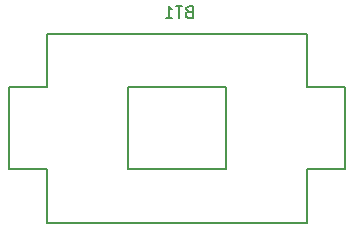
<source format=gbo>
%TF.GenerationSoftware,KiCad,Pcbnew,4.0.7*%
%TF.CreationDate,2018-04-09T00:36:22-04:00*%
%TF.ProjectId,TemperatureHumidityEPD,54656D706572617475726548756D6964,rev?*%
%TF.FileFunction,Legend,Bot*%
%FSLAX46Y46*%
G04 Gerber Fmt 4.6, Leading zero omitted, Abs format (unit mm)*
G04 Created by KiCad (PCBNEW 4.0.7) date Monday, 09 April 2018 'AMt' 00:36:22*
%MOMM*%
%LPD*%
G01*
G04 APERTURE LIST*
%ADD10C,0.127000*%
%ADD11C,0.150000*%
G04 APERTURE END LIST*
D10*
D11*
X119875000Y-93000000D02*
X119875000Y-100000000D01*
X128125000Y-93000000D02*
X119875000Y-93000000D01*
X128125000Y-100000000D02*
X128125000Y-93000000D01*
X119875000Y-100000000D02*
X128125000Y-100000000D01*
X113000000Y-104500000D02*
X113000000Y-100000000D01*
X113000000Y-100000000D02*
X109800000Y-100000000D01*
X109800000Y-100000000D02*
X109800000Y-93000000D01*
X113000000Y-93000000D02*
X109800000Y-93000000D01*
X113000000Y-88500000D02*
X113000000Y-93000000D01*
X113000000Y-88500000D02*
X135000000Y-88500000D01*
X135000000Y-88500000D02*
X135000000Y-93000000D01*
X135000000Y-93000000D02*
X138200000Y-93000000D01*
X138200000Y-100000000D02*
X138200000Y-93000000D01*
X135000000Y-100000000D02*
X138200000Y-100000000D01*
X135000000Y-104500000D02*
X135000000Y-100000000D01*
X113000000Y-104500000D02*
X135000000Y-104500000D01*
X124984614Y-86632171D02*
X124841757Y-86679790D01*
X124794138Y-86727410D01*
X124746519Y-86822648D01*
X124746519Y-86965505D01*
X124794138Y-87060743D01*
X124841757Y-87108362D01*
X124936995Y-87155981D01*
X125317948Y-87155981D01*
X125317948Y-86155981D01*
X124984614Y-86155981D01*
X124889376Y-86203600D01*
X124841757Y-86251219D01*
X124794138Y-86346457D01*
X124794138Y-86441695D01*
X124841757Y-86536933D01*
X124889376Y-86584552D01*
X124984614Y-86632171D01*
X125317948Y-86632171D01*
X124460805Y-86155981D02*
X123889376Y-86155981D01*
X124175091Y-87155981D02*
X124175091Y-86155981D01*
X123032233Y-87155981D02*
X123603662Y-87155981D01*
X123317948Y-87155981D02*
X123317948Y-86155981D01*
X123413186Y-86298838D01*
X123508424Y-86394076D01*
X123603662Y-86441695D01*
M02*

</source>
